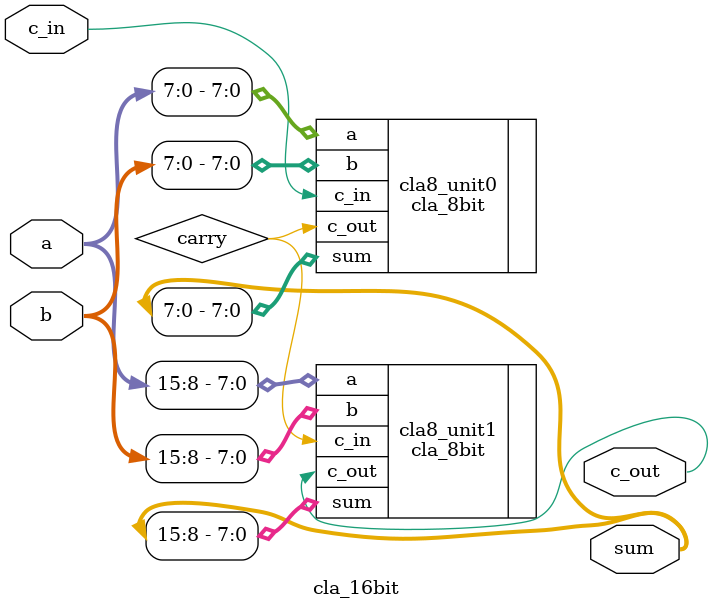
<source format=v>
module cla_16bit(
    input wire [15:0] a, b, // 16-bit inputs
    input wire c_in,
    output wire [15:0] sum,
    output wire c_out
    );
    
    wire carry; // carry signals between cla_8bit units
    
    cla_8bit cla8_unit0 (
        .a(a[7:0]), .b(b[7:0]), // 8-bit inputs
        .c_in(c_in),
        .sum(sum[7:0]),
        .c_out(carry)
    );
    
    cla_8bit cla8_unit1 (
        .a(a[15:8]), .b(b[15:8]), // 8-bit inputs
        .c_in(carry),
        .sum(sum[15:8]),
        .c_out(c_out)
    );
    
endmodule

</source>
